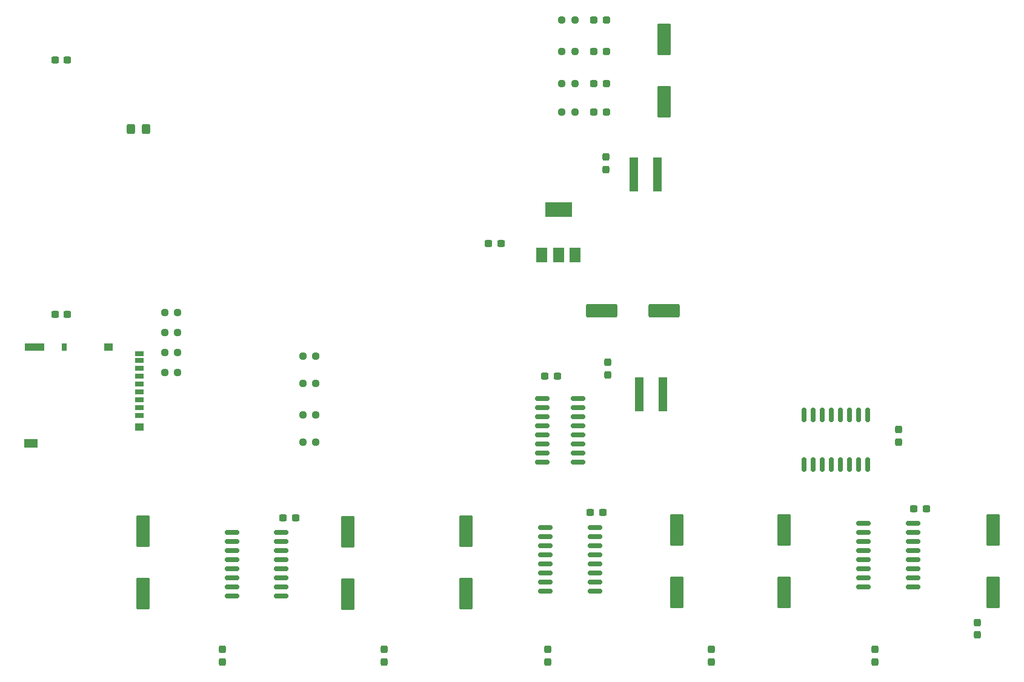
<source format=gtp>
G04 #@! TF.GenerationSoftware,KiCad,Pcbnew,(6.0.0)*
G04 #@! TF.CreationDate,2022-02-08T09:03:49-06:00*
G04 #@! TF.ProjectId,Main Board V1,4d61696e-2042-46f6-9172-642056312e6b,rev?*
G04 #@! TF.SameCoordinates,Original*
G04 #@! TF.FileFunction,Paste,Top*
G04 #@! TF.FilePolarity,Positive*
%FSLAX46Y46*%
G04 Gerber Fmt 4.6, Leading zero omitted, Abs format (unit mm)*
G04 Created by KiCad (PCBNEW (6.0.0)) date 2022-02-08 09:03:49*
%MOMM*%
%LPD*%
G01*
G04 APERTURE LIST*
G04 Aperture macros list*
%AMRoundRect*
0 Rectangle with rounded corners*
0 $1 Rounding radius*
0 $2 $3 $4 $5 $6 $7 $8 $9 X,Y pos of 4 corners*
0 Add a 4 corners polygon primitive as box body*
4,1,4,$2,$3,$4,$5,$6,$7,$8,$9,$2,$3,0*
0 Add four circle primitives for the rounded corners*
1,1,$1+$1,$2,$3*
1,1,$1+$1,$4,$5*
1,1,$1+$1,$6,$7*
1,1,$1+$1,$8,$9*
0 Add four rect primitives between the rounded corners*
20,1,$1+$1,$2,$3,$4,$5,0*
20,1,$1+$1,$4,$5,$6,$7,0*
20,1,$1+$1,$6,$7,$8,$9,0*
20,1,$1+$1,$8,$9,$2,$3,0*%
G04 Aperture macros list end*
%ADD10RoundRect,0.237500X-0.300000X-0.237500X0.300000X-0.237500X0.300000X0.237500X-0.300000X0.237500X0*%
%ADD11RoundRect,0.237500X0.300000X0.237500X-0.300000X0.237500X-0.300000X-0.237500X0.300000X-0.237500X0*%
%ADD12RoundRect,0.237500X0.237500X-0.300000X0.237500X0.300000X-0.237500X0.300000X-0.237500X-0.300000X0*%
%ADD13RoundRect,0.237500X-0.237500X0.300000X-0.237500X-0.300000X0.237500X-0.300000X0.237500X0.300000X0*%
%ADD14RoundRect,0.249999X-0.325001X-0.450001X0.325001X-0.450001X0.325001X0.450001X-0.325001X0.450001X0*%
%ADD15RoundRect,0.237500X0.287500X0.237500X-0.287500X0.237500X-0.287500X-0.237500X0.287500X-0.237500X0*%
%ADD16R,1.200000X0.700000*%
%ADD17R,0.800000X1.000000*%
%ADD18R,1.200000X1.000000*%
%ADD19R,2.800000X1.000000*%
%ADD20R,1.900000X1.300000*%
%ADD21R,1.200000X4.700000*%
%ADD22RoundRect,0.237500X-0.250000X-0.237500X0.250000X-0.237500X0.250000X0.237500X-0.250000X0.237500X0*%
%ADD23RoundRect,0.237500X0.250000X0.237500X-0.250000X0.237500X-0.250000X-0.237500X0.250000X-0.237500X0*%
%ADD24RoundRect,0.150000X-0.850000X-0.150000X0.850000X-0.150000X0.850000X0.150000X-0.850000X0.150000X0*%
%ADD25R,1.500000X2.000000*%
%ADD26R,3.800000X2.000000*%
%ADD27RoundRect,0.150000X-0.837500X-0.150000X0.837500X-0.150000X0.837500X0.150000X-0.837500X0.150000X0*%
%ADD28RoundRect,0.150000X-0.150000X0.837500X-0.150000X-0.837500X0.150000X-0.837500X0.150000X0.837500X0*%
%ADD29RoundRect,0.249998X0.700002X-1.950002X0.700002X1.950002X-0.700002X1.950002X-0.700002X-1.950002X0*%
%ADD30RoundRect,0.249998X1.950002X0.700002X-1.950002X0.700002X-1.950002X-0.700002X1.950002X-0.700002X0*%
G04 APERTURE END LIST*
D10*
X67590500Y-44196000D03*
X69315500Y-44196000D03*
D11*
X69315500Y-79756000D03*
X67590500Y-79756000D03*
D12*
X144526000Y-59536500D03*
X144526000Y-57811500D03*
X144780000Y-88238500D03*
X144780000Y-86513500D03*
D10*
X128169500Y-69850000D03*
X129894500Y-69850000D03*
D11*
X101192500Y-108204000D03*
X99467500Y-108204000D03*
X189330500Y-106934000D03*
X187605500Y-106934000D03*
D13*
X185420000Y-95911500D03*
X185420000Y-97636500D03*
D11*
X144118500Y-107442000D03*
X142393500Y-107442000D03*
D14*
X78223000Y-53848000D03*
X80273000Y-53848000D03*
D15*
X144639000Y-38608000D03*
X142889000Y-38608000D03*
X144639000Y-47498000D03*
X142889000Y-47498000D03*
X144639000Y-43053000D03*
X142889000Y-43053000D03*
X144639000Y-51500000D03*
X142889000Y-51500000D03*
D16*
X79353000Y-93961000D03*
X79353000Y-92861000D03*
X79353000Y-91761000D03*
X79353000Y-90661000D03*
X79353000Y-89561000D03*
X79353000Y-88461000D03*
X79353000Y-87361000D03*
X79353000Y-86261000D03*
X79353000Y-85311000D03*
D17*
X68853000Y-84361000D03*
D18*
X75053000Y-84361000D03*
D19*
X64703000Y-84361000D03*
D20*
X64253000Y-97861000D03*
D18*
X79353000Y-95511000D03*
D21*
X152531000Y-90932000D03*
X149221000Y-90932000D03*
D22*
X102211500Y-85598000D03*
X104036500Y-85598000D03*
X102211500Y-89408000D03*
X104036500Y-89408000D03*
X102211500Y-97663000D03*
X104036500Y-97663000D03*
D23*
X140231500Y-38608000D03*
X138406500Y-38608000D03*
X140231500Y-47498000D03*
X138406500Y-47498000D03*
X140231500Y-43053000D03*
X138406500Y-43053000D03*
X140231500Y-51500000D03*
X138406500Y-51500000D03*
D24*
X135676000Y-91567000D03*
X135676000Y-92837000D03*
X135676000Y-94107000D03*
X135676000Y-95377000D03*
X135676000Y-96647000D03*
X135676000Y-97917000D03*
X135676000Y-99187000D03*
X135676000Y-100457000D03*
X140676000Y-100457000D03*
X140676000Y-99187000D03*
X140676000Y-97917000D03*
X140676000Y-96647000D03*
X140676000Y-95377000D03*
X140676000Y-94107000D03*
X140676000Y-92837000D03*
X140676000Y-91567000D03*
D25*
X135622000Y-71476000D03*
X137922000Y-71476000D03*
X140222000Y-71476000D03*
D26*
X137922000Y-65176000D03*
D27*
X92295500Y-110236000D03*
X92295500Y-111506000D03*
X92295500Y-112776000D03*
X92295500Y-114046000D03*
X92295500Y-115316000D03*
X92295500Y-116586000D03*
X92295500Y-117856000D03*
X92295500Y-119126000D03*
X99220500Y-119126000D03*
X99220500Y-117856000D03*
X99220500Y-116586000D03*
X99220500Y-115316000D03*
X99220500Y-114046000D03*
X99220500Y-112776000D03*
X99220500Y-111506000D03*
X99220500Y-110236000D03*
X180560500Y-108966000D03*
X180560500Y-110236000D03*
X180560500Y-111506000D03*
X180560500Y-112776000D03*
X180560500Y-114046000D03*
X180560500Y-115316000D03*
X180560500Y-116586000D03*
X180560500Y-117856000D03*
X187485500Y-117856000D03*
X187485500Y-116586000D03*
X187485500Y-115316000D03*
X187485500Y-114046000D03*
X187485500Y-112776000D03*
X187485500Y-111506000D03*
X187485500Y-110236000D03*
X187485500Y-108966000D03*
X136110500Y-109601000D03*
X136110500Y-110871000D03*
X136110500Y-112141000D03*
X136110500Y-113411000D03*
X136110500Y-114681000D03*
X136110500Y-115951000D03*
X136110500Y-117221000D03*
X136110500Y-118491000D03*
X143035500Y-118491000D03*
X143035500Y-117221000D03*
X143035500Y-115951000D03*
X143035500Y-114681000D03*
X143035500Y-113411000D03*
X143035500Y-112141000D03*
X143035500Y-110871000D03*
X143035500Y-109601000D03*
D28*
X181102000Y-93819500D03*
X179832000Y-93819500D03*
X178562000Y-93819500D03*
X177292000Y-93819500D03*
X176022000Y-93819500D03*
X174752000Y-93819500D03*
X173482000Y-93819500D03*
X172212000Y-93819500D03*
X172212000Y-100744500D03*
X173482000Y-100744500D03*
X174752000Y-100744500D03*
X176022000Y-100744500D03*
X177292000Y-100744500D03*
X178562000Y-100744500D03*
X179832000Y-100744500D03*
X181102000Y-100744500D03*
D21*
X151769000Y-60198000D03*
X148459000Y-60198000D03*
D22*
X102211500Y-93853000D03*
X104036500Y-93853000D03*
D29*
X152654000Y-50070000D03*
X152654000Y-41370000D03*
D30*
X152686000Y-79248000D03*
X143986000Y-79248000D03*
D29*
X79883000Y-118777000D03*
X79883000Y-110077000D03*
X108458000Y-118904000D03*
X108458000Y-110204000D03*
X124968000Y-118777000D03*
X124968000Y-110077000D03*
X154432000Y-118650000D03*
X154432000Y-109950000D03*
X169418000Y-118650000D03*
X169418000Y-109950000D03*
X198628000Y-118650000D03*
X198628000Y-109950000D03*
D13*
X90932000Y-126645500D03*
X90932000Y-128370500D03*
X113538000Y-126645500D03*
X113538000Y-128370500D03*
X136398000Y-126645500D03*
X136398000Y-128370500D03*
X159258000Y-126645500D03*
X159258000Y-128370500D03*
X182118000Y-126645500D03*
X182118000Y-128370500D03*
X196500000Y-122887500D03*
X196500000Y-124612500D03*
D23*
X84732500Y-79502000D03*
X82907500Y-79502000D03*
X84732500Y-82296000D03*
X82907500Y-82296000D03*
X84732500Y-85090000D03*
X82907500Y-85090000D03*
X84732500Y-87884000D03*
X82907500Y-87884000D03*
D10*
X136043500Y-88392000D03*
X137768500Y-88392000D03*
M02*

</source>
